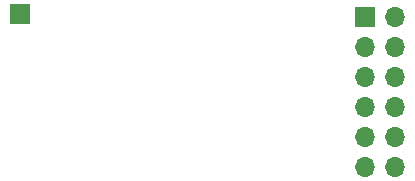
<source format=gbr>
%TF.GenerationSoftware,KiCad,Pcbnew,7.0.1*%
%TF.CreationDate,2023-04-28T09:34:28+02:00*%
%TF.ProjectId,RA01_ANT,52413031-5f41-44e5-942e-6b696361645f,rev?*%
%TF.SameCoordinates,Original*%
%TF.FileFunction,Soldermask,Bot*%
%TF.FilePolarity,Negative*%
%FSLAX46Y46*%
G04 Gerber Fmt 4.6, Leading zero omitted, Abs format (unit mm)*
G04 Created by KiCad (PCBNEW 7.0.1) date 2023-04-28 09:34:28*
%MOMM*%
%LPD*%
G01*
G04 APERTURE LIST*
%ADD10R,1.700000X1.700000*%
%ADD11O,1.700000X1.700000*%
G04 APERTURE END LIST*
D10*
%TO.C,J1*%
X149860000Y-43180000D03*
D11*
X152400000Y-43180000D03*
X149860000Y-45720000D03*
X152400000Y-45720000D03*
X149860000Y-48260000D03*
X152400000Y-48260000D03*
X149860000Y-50800000D03*
X152400000Y-50800000D03*
X149860000Y-53340000D03*
X152400000Y-53340000D03*
X149860000Y-55880000D03*
X152400000Y-55880000D03*
%TD*%
D10*
%TO.C,J2*%
X120650000Y-42990000D03*
%TD*%
M02*

</source>
